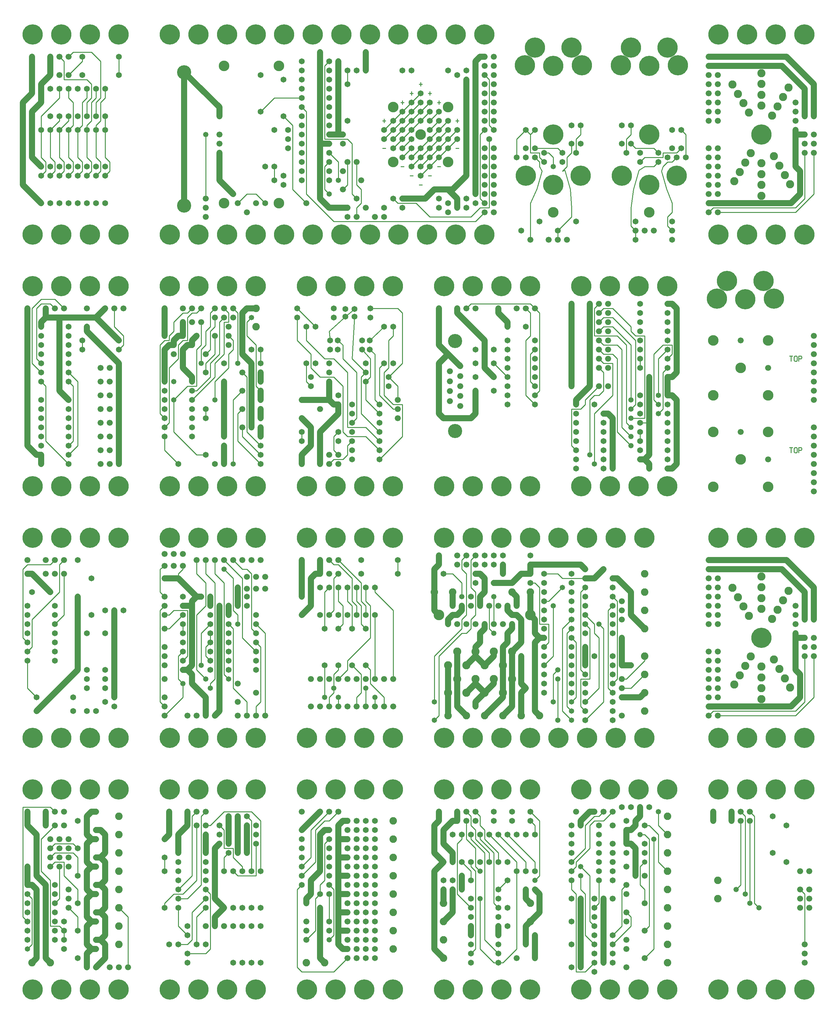
<source format=gtl>
%MOIN*%
%FSLAX25Y25*%
G04 D10 used for Character Trace; *
G04     Circle (OD=.01000) (No hole)*
G04 D11 used for Power Trace; *
G04     Circle (OD=.06700) (No hole)*
G04 D12 used for Signal Trace; *
G04     Circle (OD=.01100) (No hole)*
G04 D13 used for Via; *
G04     Circle (OD=.05800) (Round. Hole ID=.02800)*
G04 D14 used for Component hole; *
G04     Circle (OD=.06500) (Round. Hole ID=.03500)*
G04 D15 used for Component hole; *
G04     Circle (OD=.06600) (Round. Hole ID=.04200)*
G04 D16 used for Component hole; *
G04     Circle (OD=.08200) (Round. Hole ID=.05200)*
G04 D17 used for Component hole; *
G04     Circle (OD=.08900) (Round. Hole ID=.05900)*
G04 D18 used for Component hole; *
G04     Circle (OD=.11600) (Round. Hole ID=.08600)*
G04 D19 used for Component hole; *
G04     Circle (OD=.15500) (Round. Hole ID=.12500)*
G04 D20 used for Component hole; *
G04     Circle (OD=.18200) (Round. Hole ID=.15200)*
G04 D21 used for Component hole; *
G04     Circle (OD=.22100) (Round. Hole ID=.19100)*
%ADD10C,.01000*%
%ADD11C,.06700*%
%ADD12C,.01100*%
%ADD13C,.05800*%
%ADD14C,.06500*%
%ADD15C,.06600*%
%ADD16C,.08200*%
%ADD17C,.08900*%
%ADD18C,.11600*%
%ADD19C,.15500*%
%ADD20C,.18200*%
%ADD21C,.22100*%
%IPPOS*%
%LPD*%
G90*X0Y0D02*D21*X15625Y15625D03*D16*              
X35000Y45000D03*D11*X30000Y50000D01*Y130000D01*   
D13*D03*D11*X20000Y140000D01*Y150000D01*D14*D03*  
D11*Y185000D01*X10000Y195000D01*D15*D03*D11*      
Y210000D01*D15*D03*D12*X5000Y95000D02*Y215000D01* 
X10000Y90000D02*X5000Y95000D01*D14*               
X10000Y90000D03*Y100000D03*Y80000D03*Y110000D03*  
Y70000D03*D12*X35000Y85000D02*X45000D01*          
X50000Y80000D01*D14*D03*D12*Y70000D01*D14*D03*    
X40000Y80000D03*Y70000D03*X50000Y60000D03*D12*    
X35000Y85000D02*Y135000D01*X25000Y145000D01*      
Y180000D01*X40000Y195000D01*D15*D03*X50000D03*    
X30000D03*D11*Y210000D01*D15*D03*D12*X40000D02*   
X35000Y215000D01*D15*X40000Y210000D03*D12*        
X5000Y215000D02*X35000D01*D21*X15625Y234375D03*   
D15*X35000Y180000D03*X45000D03*D21*               
X46875Y234375D03*D12*X35000Y170000D02*            
X40000Y175000D01*D15*X35000Y170000D03*D12*        
Y160000D02*X40000Y165000D01*D15*X35000Y160000D03* 
D12*Y150000D02*X40000Y155000D01*D15*              
X35000Y150000D03*D12*X40000Y155000D02*X50000D01*  
Y140000D01*X65000Y125000D01*Y110000D01*D14*D03*   
D15*X55000Y115000D03*D11*X75000Y95000D02*         
Y115000D01*X80000Y90000D02*X75000Y95000D01*       
Y85000D02*X80000Y90000D01*X75000Y65000D02*        
Y85000D01*X80000Y60000D02*X75000Y65000D01*        
Y55000D02*X80000Y60000D01*X75000Y40000D02*        
Y55000D01*D13*Y40000D03*D14*X65000Y50000D03*      
X85000Y40000D03*D11*X95000Y50000D01*Y65000D01*    
X90000Y70000D01*X85000D01*D14*D03*D11*X90000D02*  
X95000Y75000D01*Y95000D01*X90000Y100000D01*       
X85000D01*D14*D03*D11*X90000D02*X95000Y105000D01* 
Y125000D01*X90000Y130000D01*X85000D01*D14*D03*D11*
X90000D02*X95000Y135000D01*Y155000D01*            
X90000Y160000D01*X85000D01*D14*D03*D11*X90000D02* 
X95000Y165000D01*Y185000D01*X90000Y190000D01*     
X85000D01*D14*D03*D11*X75000Y175000D02*           
X80000Y180000D01*X75000Y155000D02*Y175000D01*     
X80000Y150000D02*X75000Y155000D01*Y145000D02*     
X80000Y150000D01*X75000Y125000D02*Y145000D01*     
X80000Y120000D02*X75000Y125000D01*Y115000D02*     
X80000Y120000D01*X85000D01*D14*D03*               
X65000Y140000D03*D12*Y160000D01*X60000Y165000D01* 
X40000D01*D15*X45000Y160000D03*Y170000D03*D12*    
X40000Y175000D02*X60000D01*X65000Y170000D01*D14*  
D03*D15*X55000Y180000D03*Y160000D03*Y170000D03*   
D11*X80000Y180000D02*X75000Y185000D01*            
X80000Y180000D02*X85000D01*D14*D03*D11*           
X75000Y185000D02*Y205000D01*X80000Y210000D01*     
X85000D01*D14*D03*X65000Y200000D03*D16*           
X110000Y185000D03*D21*X109375Y234375D03*D16*      
X110000Y205000D03*D21*X78125Y234375D03*D15*       
X50000Y210000D03*D16*X110000Y165000D03*D15*       
X45000Y150000D03*D12*Y115000D01*X40000Y110000D01* 
D14*D03*Y120000D03*Y100000D03*D15*                
X55000Y125000D03*Y105000D03*D12*X65000Y95000D01*  
Y80000D01*D14*D03*X50000Y90000D03*D11*X80000D02*  
X85000D01*D14*D03*D16*X110000Y65000D03*Y85000D03* 
Y105000D03*D12*X120000Y95000D01*Y40000D01*D15*D03*
X110000D03*X100000D03*D21*X109375Y15625D03*D14*   
X85000Y60000D03*D11*X80000D01*D14*X40000Y90000D03*
D21*X46875Y15625D03*X78125D03*D11*X15000Y45000D02*
X20000Y50000D01*D16*X15000Y45000D03*D11*          
X20000Y50000D02*Y125000D01*X15000Y130000D01*      
X10000D01*D14*D03*D11*Y150000D01*D14*D03*         
X40000Y130000D03*X10000Y120000D03*D12*            
X15000Y115000D01*Y65000D01*X10000Y60000D01*D13*   
D03*D14*X85000Y150000D03*D11*X80000D01*D15*       
X55000D03*D16*X110000Y125000D03*Y145000D03*G90*   
X0Y0D02*D14*X160000Y160000D03*D12*Y145000D01*D14* 
D03*X175000Y135000D03*Y145000D03*Y155000D03*      
Y165000D03*D11*Y185000D01*X185000Y195000D01*D15*  
D03*D11*Y210000D01*D15*D03*D12*X190000Y140000D02* 
Y205000D01*X175000Y125000D02*X190000Y140000D01*   
D14*X175000Y125000D03*D12*X170000Y120000D02*      
X180000D01*X160000Y110000D02*X170000Y120000D01*   
X160000Y105000D02*Y110000D01*D14*Y105000D03*      
X175000D03*D12*Y85000D01*X185000Y75000D01*D14*D03*
D12*Y65000D02*X190000Y70000D01*X175000Y65000D02*  
X185000D01*D14*X175000D03*X185000Y55000D03*D12*   
X205000D01*X210000Y60000D01*Y120000D01*           
X205000Y125000D01*D14*D03*D12*X185000Y115000D02*  
X200000Y130000D01*X175000Y115000D02*X185000D01*   
D14*X175000D03*D12*X180000Y120000D02*             
X195000Y135000D01*Y195000D01*D15*D03*D13*         
X205000Y185000D03*D11*Y165000D01*D14*D03*         
Y155000D03*D11*X215000Y115000D02*Y170000D01*      
X225000Y105000D02*X215000Y115000D01*D14*          
X225000Y105000D03*D11*X215000Y95000D01*Y85000D01* 
D15*D03*X225000D03*X205000D03*D14*                
X235000Y105000D03*X195000Y65000D03*D12*Y95000D01* 
X205000Y105000D01*D14*D03*Y115000D03*D12*         
X190000Y100000D01*Y70000D01*D14*X205000Y65000D03* 
X185000Y85000D03*Y45000D03*X165000Y65000D03*      
X235000Y45000D03*Y85000D03*X245000Y45000D03*D21*  
X165625Y15625D03*X196875D03*D14*X245000Y85000D03* 
Y105000D03*D21*X228125Y15625D03*D12*              
X200000Y130000D02*Y205000D01*X205000Y210000D01*   
D15*D03*X195000D03*D12*X190000Y205000D01*D15*     
X205000Y195000D03*D12*X210000D01*                 
X225000Y210000D01*X255000D01*X265000Y200000D01*   
Y145000D01*D14*D03*D12*X240000Y140000D02*         
X260000D01*X240000D02*X235000Y145000D01*D14*D03*  
X245000D03*D12*Y150000D01*X235000Y160000D01*      
Y170000D01*X225000D01*Y190000D01*                 
X220000Y195000D01*D14*D03*X230000Y205000D03*D11*  
Y195000D01*D13*D03*D11*Y175000D01*D13*D03*D14*    
X240000Y165000D03*D11*Y185000D01*D13*D03*D11*     
Y205000D01*D14*D03*D13*X250000Y195000D03*D11*     
Y175000D01*D13*D03*D11*Y165000D01*D14*D03*        
X260000Y175000D03*D12*Y140000D01*D14*             
X255000Y145000D03*D12*Y200000D01*                 
X250000Y205000D01*D14*D03*X260000Y195000D03*      
Y185000D03*X220000Y175000D03*D11*                 
X215000Y170000D01*D12*X225000Y145000D02*          
Y160000D01*D14*Y145000D03*D12*Y160000D02*         
X230000Y165000D01*D14*D03*X220000Y185000D03*      
X205000Y145000D03*Y135000D03*X255000Y105000D03*   
X265000D03*D15*X165000Y210000D03*D11*Y195000D01*  
D15*D03*D11*Y185000D01*X160000Y180000D01*D14*D03* 
D21*X196875Y234375D03*X165625D03*X228125D03*D14*  
X255000Y85000D03*D21*X259375Y234375D03*D14*       
X265000Y85000D03*X255000Y45000D03*X265000D03*D21* 
X259375Y15625D03*G90*X0Y0D02*D12*X310000Y35000D02*
X305000Y40000D01*X310000Y35000D02*X345000D01*     
X360000Y50000D01*D15*D03*X370000Y60000D03*        
Y50000D03*X360000Y60000D03*D11*X355000D01*        
X350000Y65000D01*Y80000D01*X360000D01*D15*D03*    
X370000Y70000D03*Y90000D03*Y80000D03*             
X360000Y90000D03*D11*X350000Y80000D02*Y100000D01* 
X360000D01*D15*D03*X370000Y110000D03*D14*         
X350000Y105000D03*D11*Y100000D01*Y105000D02*      
Y120000D01*X360000D01*D15*D03*X370000Y130000D03*  
Y120000D03*X360000Y130000D03*D11*                 
X350000Y120000D02*Y140000D01*X360000D01*D15*D03*  
X370000Y150000D03*Y140000D03*X360000Y150000D03*   
D11*X350000Y140000D02*Y160000D01*X360000D01*D15*  
D03*X370000Y170000D03*Y160000D03*                 
X360000Y170000D03*D11*X350000Y160000D02*          
Y180000D01*X360000D01*D15*D03*X370000Y190000D03*  
Y180000D03*X360000Y190000D03*D11*                 
X350000Y180000D02*Y195000D01*X355000Y200000D01*   
X360000D01*D15*D03*X350000Y210000D03*D12*         
X340000Y200000D01*X335000D01*X325000Y190000D01*   
Y155000D01*X310000Y140000D01*D14*D03*D11*         
X320000Y120000D02*Y135000D01*X315000Y115000D02*   
X320000Y120000D01*X315000Y110000D02*Y115000D01*   
D15*Y110000D03*D12*X325000Y80000D02*Y115000D01*   
X315000Y70000D02*X325000Y80000D01*D15*            
X315000Y70000D03*Y80000D03*Y90000D03*D11*         
X335000Y45000D02*X330000Y50000D01*D16*            
X335000Y45000D03*D11*X330000Y50000D02*Y105000D01* 
D14*D03*D12*X325000Y115000D02*X330000Y120000D01*  
D14*D03*D12*Y130000D01*X335000Y135000D01*         
Y175000D01*X340000Y180000D01*D14*D03*D11*         
X330000Y145000D02*Y185000D01*X320000Y135000D02*   
X330000Y145000D01*D14*X310000Y130000D03*D12*      
X305000Y125000D01*Y40000D01*D16*X315000Y45000D03* 
D21*X315625Y15625D03*D13*X340000Y70000D03*D12*    
X345000Y75000D01*Y125000D01*X340000Y130000D01*D14*
D03*Y140000D03*Y120000D03*D12*Y90000D01*D14*D03*  
Y80000D03*D15*X360000Y70000D03*Y110000D03*        
X370000Y100000D03*D12*X355000Y60000D02*X360000D01*
D14*X380000Y80000D03*Y50000D03*Y60000D03*         
Y70000D03*X390000Y90000D03*X380000D03*            
X390000Y50000D03*Y60000D03*Y70000D03*Y80000D03*   
Y100000D03*X380000D03*D21*X346875Y15625D03*       
X378125D03*X409375D03*D14*X390000Y110000D03*      
X380000D03*D16*X410000Y60000D03*Y80000D03*        
Y100000D03*Y120000D03*D14*X390000D03*X380000D03*  
X390000Y130000D03*X380000D03*D16*                 
X410000Y140000D03*D14*X390000D03*X380000D03*      
X390000Y150000D03*X380000D03*X340000D03*          
X310000D03*D12*X320000Y160000D01*Y190000D01*      
X340000Y210000D01*D15*D03*X330000D03*D11*         
X310000Y190000D01*D14*D03*Y180000D03*D11*         
X330000Y185000D02*X335000Y190000D01*X340000D01*   
D14*D03*Y170000D03*X310000Y160000D03*D15*         
Y210000D03*D14*X340000Y160000D03*D15*             
X370000Y200000D03*D14*X310000Y170000D03*          
X380000Y160000D03*Y170000D03*Y180000D03*          
Y190000D03*Y200000D03*D21*X378125Y234375D03*      
X346875D03*X315625D03*D14*X390000Y160000D03*      
Y170000D03*Y180000D03*Y190000D03*Y200000D03*D16*  
X410000Y160000D03*Y180000D03*Y200000D03*D21*      
X409375Y234375D03*G90*X0Y0D02*D11*                
X465000Y50000D02*X455000Y60000D01*D16*            
X465000Y50000D03*D11*X455000Y60000D02*Y100000D01* 
D13*D03*D11*Y135000D01*D14*D03*D11*Y145000D01*    
X465000Y155000D01*D14*D03*D11*X455000Y165000D01*  
Y195000D01*X460000Y200000D01*D15*D03*D11*         
Y210000D01*D15*D03*D11*X465000Y190000D02*         
X475000Y200000D01*X465000Y175000D02*Y190000D01*   
D14*Y175000D03*D11*X475000Y165000D01*Y155000D01*  
D14*D03*X485000D03*D12*X495000Y145000D01*         
Y135000D01*D14*D03*D13*X505000Y145000D03*D12*     
X500000Y150000D01*Y170000D01*X490000Y180000D01*   
Y200000D01*D15*D03*D12*X500000Y190000D02*         
X495000Y195000D01*X500000Y180000D02*Y190000D01*   
X515000Y165000D02*X500000Y180000D01*              
X515000Y155000D02*Y165000D01*D14*Y155000D03*D12*  
X525000D02*Y165000D01*D14*Y155000D03*X535000D03*  
D12*X525000Y165000D02*X510000Y180000D01*          
Y190000D01*X505000Y195000D01*Y205000D01*          
X500000Y210000D01*D15*D03*D12*X495000Y195000D02*  
Y205000D01*D15*X500000Y200000D03*D14*             
X505000Y185000D03*D12*Y180000D01*                 
X520000Y165000D01*Y110000D01*X525000Y105000D01*   
D14*D03*X535000D03*X525000Y115000D03*Y95000D03*   
D13*X505000Y115000D03*D12*Y60000D01*              
X520000Y45000D01*X525000D01*D14*D03*D12*          
X530000D01*X545000Y60000D01*Y145000D01*D14*D03*   
D12*Y155000D01*X515000Y185000D01*D14*D03*         
X525000D03*D12*X555000Y155000D01*Y145000D01*D14*  
D03*D13*X565000Y135000D03*D12*X570000Y140000D01*  
Y200000D01*X560000Y210000D01*D14*D03*Y200000D03*  
D12*X565000Y195000D01*Y185000D01*D14*D03*         
X555000D03*X545000D03*X540000Y210000D03*          
Y200000D03*X535000Y185000D03*D12*                 
X565000Y155000D01*Y145000D01*D14*D03*             
X555000Y125000D03*D11*Y115000D01*                 
X560000Y110000D01*D16*D03*D11*Y90000D02*          
X570000Y100000D01*D16*X560000Y90000D03*D11*       
X555000Y85000D01*Y65000D01*D13*D03*               
X565000Y75000D03*D11*Y50000D01*D15*D03*X545000D03*
D21*X528125Y15625D03*X559375D03*D14*              
X535000Y85000D03*X525000D03*D11*Y75000D01*D14*D03*
Y65000D03*D12*Y55000D02*X510000Y70000D01*D14*     
X525000Y55000D03*D12*X510000Y70000D02*Y165000D01* 
X495000Y180000D01*Y185000D01*D14*D03*X485000D03*  
D12*Y180000D01*X480000Y175000D01*Y120000D01*      
X495000Y105000D01*D14*D03*Y115000D03*Y95000D03*   
X475000Y125000D03*D11*Y100000D01*X465000Y90000D01*
D16*D03*Y110000D03*D11*Y125000D01*D14*D03*        
X475000Y135000D03*X465000D03*X485000Y125000D03*   
D11*Y140000D01*D13*D03*D12*X500000Y145000D02*     
X495000Y150000D01*X500000Y60000D02*Y145000D01*    
X495000Y55000D02*X500000Y60000D01*D14*            
X495000Y55000D03*Y65000D03*Y45000D03*Y75000D03*   
D11*Y85000D01*D14*D03*D16*X465000Y70000D03*D14*   
X525000Y125000D03*D12*X535000Y135000D01*D14*D03*  
X505000Y155000D03*X565000Y125000D03*D11*          
X570000Y120000D01*Y100000D01*D14*                 
X495000Y155000D03*D12*Y150000D01*D14*             
X475000Y185000D03*X520000Y200000D03*D15*          
X480000D03*D11*X475000D01*X480000D02*Y210000D01*  
D15*D03*X490000D03*D12*X495000Y205000D01*D14*     
X520000Y210000D03*D21*X465625Y234375D03*          
X496875D03*X528125D03*X559375D03*X465625Y15625D03*
X496875D03*G90*X0Y0D02*D14*X605000Y40000D03*      
Y65000D03*Y90000D03*Y115000D03*D12*               
X610000Y120000D02*X605000Y125000D01*              
X610000Y35000D02*Y120000D01*Y35000D02*X620000D01* 
X630000Y45000D01*D14*D03*X640000Y55000D03*D11*    
Y45000D01*D14*D03*X650000Y55000D03*X630000D03*    
Y35000D03*X650000Y45000D03*D11*X640000Y55000D02*  
Y65000D01*D14*D03*D11*Y75000D01*D14*D03*D11*      
Y115000D01*D15*D03*D12*X630000Y105000D02*         
X635000Y110000D01*D14*X630000Y105000D03*D12*      
X635000Y110000D02*Y135000D01*D14*D03*D12*         
X625000Y90000D02*Y140000D01*X630000Y85000D02*     
X625000Y90000D01*D14*X630000Y85000D03*D12*        
Y65000D02*X620000Y75000D01*D14*X630000Y65000D03*  
D12*X620000Y75000D02*Y120000D01*X615000Y125000D01*
Y140000D01*D13*D03*D14*X605000Y145000D03*D12*     
X610000Y150000D01*Y155000D01*X625000Y170000D01*   
Y195000D01*X630000Y200000D01*X640000D01*          
X650000Y210000D01*D15*D03*X640000D03*D12*         
X635000Y205000D01*X630000D01*X620000Y195000D01*   
Y170000D01*X605000Y155000D01*D14*D03*D13*         
X615000Y150000D03*D12*X625000Y140000D01*D14*      
X635000Y145000D03*Y155000D03*X605000Y135000D03*   
D12*Y125000D01*D14*X615000Y115000D03*D11*         
Y90000D01*D14*D03*D11*Y65000D01*D14*D03*D11*      
Y40000D01*D14*D03*D21*X615625Y15625D03*X646875D03*
D14*X650000Y75000D03*D12*X660000Y85000D01*        
Y125000D01*X665000Y130000D01*D15*D03*D13*         
X675000Y140000D03*D11*Y170000D01*                 
X670000Y175000D01*X665000D01*D14*D03*D11*         
Y190000D01*D14*D03*D11*X670000D01*                
X675000Y195000D01*D14*D03*D11*Y200000D01*         
X680000Y205000D01*Y215000D01*D14*D03*X690000D03*  
X670000D03*X665000Y200000D03*D12*                 
X710000Y185000D02*X700000Y195000D01*D16*          
X710000Y185000D03*D12*X700000Y195000D02*          
Y210000D01*D13*D03*D16*X710000Y205000D03*D14*     
X685000Y195000D03*D12*X690000D01*                 
X700000Y185000D01*Y155000D01*X710000Y145000D01*   
D16*D03*Y165000D03*Y125000D03*D14*                
X685000Y165000D03*D13*Y155000D03*D12*             
X680000Y150000D01*Y130000D01*X685000Y125000D01*   
Y110000D01*D15*D03*D12*X670000Y85000D02*Y95000D01*
X650000Y65000D02*X670000Y85000D01*D14*            
X650000Y65000D03*D15*X665000Y60000D03*Y70000D03*  
D14*X630000Y75000D03*D15*X665000Y90000D03*        
Y40000D03*D12*X670000Y95000D02*X665000Y100000D01* 
D15*D03*X650000Y115000D03*X685000Y80000D03*D12*   
X690000Y85000D01*Y180000D01*X685000Y185000D01*    
X680000D01*D13*D03*D14*X685000Y175000D03*D13*     
X695000Y180000D03*D12*Y60000D01*X685000Y50000D01* 
D15*D03*D16*X710000Y45000D03*Y65000D03*Y85000D03* 
D21*X678125Y15625D03*X709375D03*D14*              
X630000Y95000D03*D16*X710000Y105000D03*D15*       
X630000Y115000D03*X665000Y120000D03*D14*          
X650000Y135000D03*D15*X685000Y140000D03*D14*      
X650000Y145000D03*D15*X665000Y150000D03*          
X650000Y155000D03*D14*X665000Y165000D03*D15*      
X650000D03*D14*X635000D03*X605000D03*D15*         
X650000Y175000D03*D14*X635000D03*X605000D03*      
X635000Y185000D03*X605000D03*D15*                 
X650000Y195000D03*D14*X635000D03*D13*X615000D03*  
D11*Y200000D01*X625000Y210000D01*X630000D01*D15*  
D03*X610000D03*D21*X646875Y234375D03*X615625D03*  
D14*X605000Y195000D03*X660000Y215000D03*D21*      
X678125Y234375D03*X709375D03*G90*X0Y0D02*D15*     
X760000Y200000D03*D11*Y210000D01*D15*D03*         
X780000Y200000D03*D11*Y210000D01*D15*D03*         
X790000Y200000D03*D12*Y130000D01*                 
X785000Y125000D01*D13*D03*X795000Y120000D03*D12*  
Y205000D01*X790000Y210000D01*D15*D03*             
X800000Y200000D03*D12*Y110000D01*D13*D03*D12*     
X810000Y105000D02*X805000Y110000D01*D13*          
X810000Y105000D03*D12*X805000Y110000D02*          
Y205000D01*X800000Y210000D01*D15*D03*D14*         
X825000Y205000D03*D21*X796875Y234375D03*          
X828125D03*X765625D03*D14*X840000Y195000D03*      
X825000Y165000D03*X840000Y155000D03*D21*          
X859375Y234375D03*D15*X865000Y145000D03*          
X855000D03*D16*X765000Y135000D03*D15*             
X855000Y125000D03*D12*X860000Y120000D01*Y65000D01*
D15*D03*Y55000D03*Y45000D03*X865000Y105000D03*    
X855000D03*D21*X828125Y15625D03*D15*              
X865000Y115000D03*D21*X859375Y15625D03*D15*       
X855000Y115000D03*X865000Y125000D03*D21*          
X796875Y15625D03*D16*X765000Y115000D03*D21*       
X765625Y15625D03*G90*X0Y0D02*X109375Y290625D03*   
X78125D03*X46875D03*X15625D03*D14*                
X85000Y320000D03*X75000D03*X60000D03*X20000D03*   
D11*X65000Y365000D01*Y445000D01*D14*D03*          
X80000Y465000D03*D12*X40000Y415000D02*            
X50000Y425000D01*D14*X40000Y415000D03*D12*        
X50000Y425000D02*Y470000D01*D15*D03*X40000D03*D12*
X45000Y450000D02*Y480000D01*X15000Y420000D02*     
X45000Y450000D01*X15000Y390000D02*Y420000D01*     
X10000Y385000D02*X15000Y390000D01*D14*            
X10000Y385000D03*Y395000D03*D12*X5000Y400000D01*  
Y475000D01*X10000Y480000D01*X35000D01*            
X40000Y485000D01*D15*D03*D12*X45000Y480000D02*    
X50000Y485000D01*D15*D03*D14*X65000D03*D15*       
X30000D03*Y470000D03*D21*X46875Y509375D03*        
X78125D03*D14*X15000Y450000D03*D21*               
X15625Y509375D03*D14*X35000Y450000D03*D11*        
X15000Y470000D01*X10000D01*D15*D03*Y485000D03*D14*
Y435000D03*X40000D03*X10000Y425000D03*X40000D03*  
X10000Y415000D03*X75000Y405000D03*X10000D03*      
X40000D03*X80000Y425000D03*X40000Y395000D03*      
X95000Y405000D03*Y430000D03*X40000Y385000D03*     
X105000Y430000D03*D11*Y335000D01*D14*D03*         
X95000Y345000D03*X105000Y325000D03*               
X95000Y330000D03*Y355000D03*X75000Y365000D03*     
Y355000D03*Y345000D03*X95000Y365000D03*           
X60000Y335000D03*X40000Y375000D03*                
X20000Y335000D03*D12*X10000Y345000D01*Y375000D01* 
D14*D03*X115000Y430000D03*D21*X109375Y509375D03*  
G90*X0Y0D02*X259375Y290625D03*X228125D03*         
X196875D03*X165625D03*D15*X270000Y315000D03*D12*  
Y405000D01*X260000Y415000D01*D14*D03*D12*         
Y405000D02*X255000Y410000D01*D14*                 
X260000Y405000D03*D12*X255000Y410000D02*          
Y470000D01*X250000Y475000D01*X245000D01*          
X235000Y485000D01*D15*D03*D13*X225000Y475000D03*  
D12*X235000Y465000D01*Y430000D01*                 
X240000Y425000D01*Y415000D01*D13*D03*D12*         
X235000Y345000D02*Y410000D01*X250000Y330000D02*   
X235000Y345000D01*X250000Y315000D02*Y330000D01*   
D15*Y315000D03*D12*X260000D02*Y325000D01*D15*     
Y315000D03*D12*Y325000D02*X265000Y330000D01*      
Y390000D01*X260000Y395000D01*D14*D03*Y385000D03*  
D12*X245000Y400000D01*Y465000D01*                 
X225000Y485000D01*D15*D03*X215000D03*D12*         
Y470000D01*X225000Y460000D01*Y360000D01*          
X230000Y355000D01*D13*D03*D15*X240000Y350000D03*  
D14*X230000Y365000D03*D12*X210000Y350000D02*      
X215000Y355000D01*X210000Y345000D02*Y350000D01*   
D13*Y345000D03*D12*X215000Y355000D02*Y460000D01*  
X205000Y470000D01*Y485000D01*D15*D03*X195000D03*  
D12*Y470000D01*X205000Y460000D01*Y435000D01*      
X195000Y425000D01*Y365000D01*X205000Y355000D01*   
D13*D03*D14*X210000Y365000D03*D11*X185000D02*     
X190000Y370000D01*Y360000D02*X185000Y365000D01*   
X190000Y350000D02*Y360000D01*X205000Y335000D02*   
X190000Y350000D01*X205000Y315000D02*Y335000D01*   
D15*Y315000D03*X215000D03*D11*X220000Y320000D01*  
Y400000D01*D13*D03*D11*Y435000D01*D13*D03*D14*    
X230000Y425000D03*D11*Y435000D01*D14*D03*D13*     
X240000D03*D11*Y455000D01*D13*D03*D14*            
X250000Y445000D03*D15*Y466500D03*Y453500D03*      
X260000D03*Y466500D03*D14*X250000Y435000D03*      
X210000Y425000D03*D15*X265000Y485000D03*          
X255000D03*X245000D03*X270000Y453500D03*          
Y466500D03*D14*X210000Y445000D03*D11*Y435000D01*  
D14*D03*X200000Y445000D03*D11*X195000D01*         
X190000Y440000D01*Y435000D01*Y380000D01*D13*D03*  
D11*Y370000D01*X180000Y365000D02*X185000D01*D14*  
X180000D03*D12*Y350000D02*X175000Y355000D01*D13*  
X180000Y350000D03*D12*Y335000D01*                 
X160000Y315000D01*D15*D03*Y325000D03*D12*         
X155000Y330000D01*Y430000D01*X160000Y435000D01*   
D15*D03*D12*X165000Y425000D02*X170000Y430000D01*  
X160000Y425000D02*X165000D01*D15*X160000D03*D12*  
X170000Y430000D02*X185000D01*Y380000D01*          
X180000Y375000D01*D14*D03*D12*X175000Y355000D02*  
Y380000D01*D15*X160000Y370000D03*Y355000D03*      
Y335000D03*D12*X175000Y380000D02*                 
X180000Y385000D01*D14*D03*Y395000D03*D12*         
X200000Y370000D02*Y405000D01*D13*Y370000D03*D12*  
X210000Y375000D02*X205000Y380000D01*D14*          
X210000Y375000D03*D12*X205000Y380000D02*          
Y390000D01*X210000Y395000D01*D14*D03*D12*         
Y405000D01*D14*D03*Y415000D03*D12*                
X200000Y405000D01*D14*X180000Y425000D03*D12*      
X165000Y410000D01*X160000D01*D15*D03*D14*         
X180000Y405000D03*D12*Y415000D01*D14*D03*D11*     
Y435000D02*X190000D01*D14*X180000D03*Y445000D03*  
D11*X195000D02*X175000Y465000D01*X160000D01*D15*  
D03*D12*X155000Y450000D02*Y475000D01*             
X160000Y445000D02*X155000Y450000D01*D15*          
X160000Y445000D03*D12*X175000Y465000D02*          
Y470000D01*X180000Y475000D01*Y478500D01*D15*D03*  
X170000Y491500D03*X180000D03*X170000Y478500D03*   
X160000Y491500D03*Y478500D03*D12*                 
X155000Y475000D01*D21*X165625Y509375D03*          
X196875D03*D14*X230000Y405000D03*Y415000D03*D12*  
X235000Y410000D01*D14*X230000Y395000D03*          
X210000Y385000D03*X230000D03*X260000Y425000D03*   
X230000Y375000D03*X260000D03*Y365000D03*D15*      
Y340000D03*X160000Y390000D03*Y380000D03*          
X240000Y330000D03*X185000Y315000D03*X195000D03*   
X240000D03*D21*X259375Y509375D03*X228125D03*G90*  
X0Y0D02*X315625Y290625D03*D15*X320000Y325000D03*  
X330000D03*D13*X335000Y335000D03*D12*Y370000D01*  
D14*D03*D12*X345000Y345000D02*Y360000D01*D13*     
Y345000D03*D12*Y340000D01*X340000Y335000D01*      
Y325000D01*D15*D03*D13*X350000Y335000D03*D12*     
Y325000D01*D15*D03*X360000D03*X370000D03*D12*     
Y335000D01*X375000Y340000D01*Y360000D01*          
X365000Y370000D01*D14*D03*D12*X360000Y365000D02*  
Y375000D01*X350000Y355000D02*X360000Y365000D01*   
D15*X350000Y355000D03*D12*X345000Y360000D02*      
X350000Y365000D01*Y370000D01*D14*D03*D12*         
X360000Y375000D02*X385000Y400000D01*Y435000D01*   
X380000Y440000D01*Y455000D01*D14*D03*D12*         
X375000Y440000D02*Y460000D01*X380000Y435000D02*   
X375000Y440000D01*X380000Y425000D02*Y435000D01*   
D14*Y425000D03*D12*X370000D02*Y435000D01*D14*     
Y425000D03*D12*X375000Y415000D02*Y435000D01*      
X380000Y410000D02*X375000Y415000D01*D14*          
X380000Y410000D03*X390000Y425000D03*D12*          
Y355000D01*D15*D03*D12*X400000Y335000D02*         
X385000Y350000D01*X400000Y325000D02*Y335000D01*   
D15*Y325000D03*D13*X390000Y335000D03*D12*         
Y325000D01*D15*D03*X380000D03*D12*Y345000D01*D13* 
D03*D12*X385000Y350000D02*Y365000D01*             
X380000Y370000D01*D14*D03*D15*X370000Y355000D03*  
X380000D03*X400000D03*X360000D03*X410000D03*D12*  
Y430000D01*X390000Y450000D01*Y455000D01*D14*D03*  
X375000Y470000D03*D12*Y460000D02*                 
X350000Y485000D01*D15*D03*D12*X345000Y480000D02*  
X350000D01*X365000Y465000D01*Y440000D01*          
X370000Y435000D01*X375000D02*X370000Y440000D01*   
Y455000D01*D14*D03*X360000D03*D12*Y440000D01*     
X365000Y435000D01*Y410000D01*D14*D03*D12*         
X350000D02*X355000Y415000D01*D14*                 
X350000Y410000D03*D12*X355000Y415000D02*          
Y435000D01*X350000Y440000D01*Y455000D01*D14*D03*  
X340000D03*D12*X335000Y450000D01*Y410000D01*D14*  
D03*X350000Y425000D03*X340000D03*D12*             
X345000Y430000D01*Y465000D01*X350000Y470000D01*   
D15*D03*X340000D03*D12*X345000Y480000D02*         
X340000Y485000D01*D15*D03*X330000D03*D11*         
Y470000D01*D15*D03*D11*X325000D01*                
X320000Y465000D01*Y435000D01*X310000Y425000D01*   
D14*D03*X330000D03*X310000Y445000D03*D11*         
Y470000D01*D15*D03*D11*Y485000D01*D15*D03*D21*    
X315625Y509375D03*D14*X330000Y455000D03*D21*      
X346875Y509375D03*D14*X360000Y425000D03*          
X375000Y485000D03*D21*X378125Y509375D03*          
X409375D03*D14*X415000Y470000D03*D12*Y485000D01*  
D14*D03*D15*X320000Y355000D03*X330000D03*         
X340000D03*X410000Y325000D03*D21*                 
X346875Y290625D03*X378125D03*X409375D03*G90*      
X0Y0D02*D13*X455000Y310000D03*D12*                
X460000Y315000D01*Y380000D01*X485000Y405000D01*   
X490000D01*X495000Y410000D01*Y420000D01*          
X500000Y425000D01*Y450000D01*X495000Y455000D01*   
Y485000D01*X500000Y490000D01*D15*D03*D14*         
X510000Y480000D03*D15*X490000D03*D14*             
X510000Y490000D03*D15*X490000D03*D12*             
X485000Y485000D01*Y475000D01*X490000Y470000D01*   
Y425000D01*X485000Y420000D01*Y410000D01*          
X455000Y380000D01*Y330000D01*D13*D03*D16*         
X470000Y315000D03*D11*Y340000D01*D17*D03*D11*     
Y370000D01*D17*D03*X480000Y385000D03*D11*         
Y355000D01*D17*D03*D11*Y325000D01*                
X490000Y315000D01*D16*D03*D13*X500000Y325000D03*  
D11*Y330000D01*X510000Y340000D01*D17*D03*D11*     
X520000Y350000D01*Y355000D01*D17*D03*             
X530000Y370000D03*D11*Y340000D01*D17*D03*D11*     
Y335000D01*X510000Y315000D01*D16*D03*X530000D03*  
D11*X540000Y325000D01*Y355000D01*D17*D03*D11*     
Y385000D01*D17*D03*D11*X550000Y395000D01*         
Y420000D01*X545000Y425000D01*X540000D01*          
X535000Y430000D01*Y435000D01*D15*D03*D11*         
X545000D02*Y445000D01*D15*Y435000D03*D11*         
Y445000D02*X540000Y450000D01*D16*D03*D14*         
X530000Y460000D03*D11*X520000D01*D13*D03*D14*     
X530000Y470000D03*D11*Y480000D01*D14*D03*         
X520000Y490000D03*X530000D03*X520000Y480000D03*   
D11*X540000Y460000D02*X550000Y470000D01*          
X530000Y460000D02*X540000D01*D13*                 
X520000Y445000D03*D12*Y415000D01*D15*D03*D12*     
Y405000D02*X515000Y410000D01*D13*                 
X520000Y405000D03*D12*X515000Y410000D02*          
Y435000D01*D15*D03*D14*X505000Y445000D03*D11*     
Y435000D01*D15*D03*D14*X495000Y445000D03*D11*     
X505000D02*X510000Y450000D01*Y465000D01*          
X505000Y470000D01*X500000D01*D14*D03*D15*         
Y480000D03*D14*Y460000D03*D12*X485000Y445000D02*  
Y460000D01*D13*Y445000D03*D15*X495000Y435000D03*  
X475000D03*D11*Y450000D01*D16*D03*D12*            
X485000Y460000D02*X475000Y470000D01*X465000D01*   
D14*D03*D11*X455000D02*Y475000D01*D14*Y470000D03* 
D11*Y450000D01*D16*D03*D11*Y430000D01*            
X460000Y425000D01*D18*D03*D13*X470000Y415000D03*  
D11*Y420000D01*X475000Y425000D01*X480000D01*      
X485000Y430000D01*Y435000D01*D15*D03*             
X480000Y415000D03*X490000D03*X500000D03*D11*      
X505000Y405000D02*X510000Y410000D01*              
X505000Y395000D02*Y405000D01*X500000Y390000D02*   
X505000Y395000D01*X500000Y385000D02*Y390000D01*   
D17*Y385000D03*D11*Y380000D01*X490000Y370000D01*  
D17*D03*D11*X510000D02*X500000Y380000D01*D17*     
X510000Y370000D03*D11*X520000Y380000D01*          
Y385000D01*D17*D03*D11*X530000Y370000D02*         
Y390000D01*X555000Y345000D02*X550000Y350000D01*   
D14*X555000Y345000D03*D11*X550000Y340000D01*      
Y315000D01*D16*D03*D11*X570000D02*                
X565000Y320000D01*D16*X570000Y315000D03*D11*      
X565000Y320000D02*Y345000D01*D14*D03*D11*         
Y370000D01*D15*D03*D11*Y395000D01*                
X570000Y400000D01*X575000D01*D14*D03*D12*         
Y390000D02*X580000Y395000D01*D14*                 
X575000Y390000D03*D12*X580000Y395000D02*          
Y415000D01*X570000D01*Y455000D01*                 
X565000Y460000D01*X560000D01*D14*D03*D11*         
X550000Y470000D02*X560000D01*D14*D03*D11*         
Y480000D01*D14*D03*D11*X615000D01*                
X620000Y475000D01*D14*D03*D11*Y465000D02*         
X630000D01*D14*X620000D03*D12*X595000D01*         
X590000Y470000D01*X575000D01*D14*D03*Y460000D03*  
D13*X595000Y455000D03*D12*X580000Y440000D01*      
X575000D01*D14*D03*D13*X585000Y435000D03*D12*     
Y380000D01*X575000Y370000D01*D14*D03*D12*         
X585000Y330000D02*Y360000D01*D13*Y330000D03*D12*  
X605000Y310000D02*X595000Y320000D01*D13*          
X605000Y310000D03*D12*X595000Y320000D02*          
Y410000D01*X605000Y420000D01*D14*D03*Y430000D03*  
Y410000D03*D12*X600000Y405000D01*Y325000D01*      
X605000Y320000D01*D13*D03*Y330000D03*D12*         
X610000Y335000D01*Y395000D01*X605000Y400000D01*   
D14*D03*Y390000D03*X620000Y415000D03*D12*         
X625000Y410000D01*Y355000D01*X615000D01*          
Y325000D01*X620000Y320000D01*D14*D03*Y330000D03*  
D12*X635000Y345000D01*Y400000D01*                 
X630000Y405000D01*Y415000D01*X620000Y425000D01*   
D14*D03*Y435000D03*X605000Y440000D03*D13*         
X635000Y415000D03*D12*X640000Y410000D01*          
Y330000D01*X620000Y310000D01*D14*D03*D21*         
X621875Y290625D03*D14*X650000Y340000D03*D12*      
X645000Y345000D01*Y430000D01*X650000Y435000D01*   
D14*D03*D12*X655000Y355000D02*Y440000D01*         
X650000Y350000D02*X655000Y355000D01*D14*          
X650000Y350000D03*D15*X660000Y345000D03*D12*      
X670000D01*X685000Y360000D01*D16*D03*D13*         
X670000Y370000D03*D11*X660000D01*D13*D03*D11*     
Y400000D01*D15*D03*D14*X650000Y405000D03*         
Y415000D03*Y380000D03*D15*X660000Y420000D03*D12*  
X665000Y355000D02*X685000Y375000D01*              
X660000Y355000D02*X665000D01*D15*X660000D03*D14*  
X650000Y360000D03*Y370000D03*D11*                 
X660000Y335000D02*X680000D01*D15*X660000D03*D14*  
X650000Y330000D03*Y320000D03*D11*                 
X680000Y335000D02*X685000Y340000D01*D16*D03*      
Y320000D03*D15*X660000Y315000D03*D12*             
X685000Y375000D02*Y380000D01*D16*D03*Y410000D03*  
D11*X670000Y425000D01*Y450000D01*                 
X655000Y465000D01*X650000D01*D14*D03*             
X640000Y475000D03*D11*X630000Y465000D01*D14*      
X620000Y455000D03*D12*X615000Y450000D01*          
Y365000D01*X620000Y360000D01*D14*D03*Y370000D03*  
D11*Y390000D01*D13*D03*D14*X630000Y380000D03*     
X620000Y405000D03*X605000Y380000D03*Y370000D03*   
Y360000D03*D13*X590000Y365000D03*D12*             
X585000Y360000D01*D13*X590000Y355000D03*D12*      
Y310000D01*D13*D03*D21*X590625Y290625D03*D14*     
X620000Y340000D03*X605000D03*X575000D03*D21*      
X559375Y290625D03*D11*X550000Y350000D02*          
Y370000D01*D15*D03*D11*Y380000D01*D13*D03*D11*    
X530000Y390000D02*X535000Y395000D01*Y405000D01*   
X540000Y410000D01*Y415000D01*D15*D03*X530000D03*  
D18*X560000Y425000D03*D11*X565000Y420000D01*      
Y405000D01*X570000Y400000D01*D14*                 
X575000Y410000D03*Y420000D03*Y380000D03*D11*      
X560000Y425000D02*Y450000D01*D16*D03*D14*         
X575000D03*Y430000D03*D15*X525000Y435000D03*D14*  
X560000Y490000D03*X605000Y450000D03*Y460000D03*   
Y470000D03*D15*X510000Y415000D03*D11*Y410000D01*  
D17*X500000Y355000D03*D11*Y350000D01*             
X490000Y340000D01*D17*D03*D11*X510000D02*         
X500000Y350000D01*D21*X465625Y290625D03*          
X496875D03*X528125D03*D14*X575000Y350000D03*      
Y360000D03*X605000Y350000D03*X620000D03*          
Y445000D03*D11*X455000Y475000D02*                 
X460000Y480000D01*D15*D03*D11*Y490000D01*D15*D03* 
X480000Y480000D03*D21*X465625Y509375D03*D15*      
X480000Y490000D03*D21*X496875Y509375D03*          
X528125D03*X559375D03*X590625D03*X621875D03*D14*  
X650000Y310000D03*Y425000D03*Y445000D03*D12*      
X655000Y440000D01*D15*X660000D03*Y430000D03*D14*  
X650000Y455000D03*D16*X685000Y470000D03*          
Y430000D03*Y450000D03*D21*X684375Y509375D03*      
X653125D03*Y290625D03*X684375D03*G90*X0Y0D02*D15* 
X755000Y315000D03*D12*X760000Y320000D01*          
X850000D01*X860000Y330000D01*Y380000D01*D15*D03*  
X870000Y390000D03*X850000Y385000D03*D11*          
Y395000D01*D15*D03*D11*Y400000D01*X860000D01*D15* 
D03*X850000Y405000D03*D11*Y400000D01*D15*         
X860000Y390000D03*X850000Y415000D03*D11*          
Y385000D02*Y375000D01*D15*D03*D11*Y365000D01*D15* 
D03*D11*X855000Y360000D01*Y335000D01*             
X845000Y325000D01*X765000D01*D15*D03*D11*         
X755000D01*D15*D03*X765000Y315000D03*D12*         
X850000D01*X870000Y335000D01*Y380000D01*D15*D03*  
Y400000D03*D17*X838091Y355676D03*                 
X843996Y345447D03*D15*X870000Y420000D03*D11*      
Y455000D01*X840000Y485000D01*X765000D01*D15*D03*  
D11*X755000D01*D15*D03*X765000Y475000D03*D11*     
X835000D01*X860000Y450000D01*Y420000D01*D15*D03*  
X850000Y425000D03*Y435000D03*D17*                 
X836122Y440915D03*X830217Y430686D03*              
X842028Y451143D03*X824311Y420457D03*              
X812500Y466929D03*Y455118D03*X826280Y376133D03*   
X812500Y443307D03*Y431496D03*D21*Y400000D03*D17*  
Y368504D03*X832185Y365905D03*X798720Y423867D03*   
X800689Y379543D03*X812500Y356693D03*              
X792815Y434095D03*X794783Y369314D03*              
X788878Y359085D03*X812500Y344882D03*              
X786909Y444324D03*X782972Y348857D03*              
X781004Y454553D03*X812500Y333071D03*D21*          
X859375Y509375D03*X828125D03*X796875D03*          
X765625D03*D11*X765000Y475000D02*X755000D01*D15*  
D03*X765000Y465000D03*X755000D03*Y455000D03*      
X765000D03*X755000Y445000D03*X765000D03*          
X755000Y435000D03*X765000D03*X755000Y425000D03*   
X765000D03*X755000Y415000D03*X765000D03*          
X755000Y385000D03*X765000D03*X755000Y375000D03*   
X765000D03*X755000Y365000D03*X765000D03*          
X755000Y355000D03*X765000D03*X755000Y345000D03*   
X765000D03*X755000Y335000D03*X765000D03*D21*      
X765625Y290625D03*X796875D03*X828125D03*          
X859375D03*G90*X0Y0D02*X109375Y565625D03*         
X78125D03*X46875D03*X15625D03*D15*                
X110000Y590000D03*D11*Y605000D01*D15*D03*D11*     
Y620000D01*D15*D03*D11*Y635000D01*D15*D03*D11*    
Y650000D01*D15*D03*D11*Y665000D01*D15*D03*D11*    
Y680000D01*D15*D03*D11*Y695000D01*D15*D03*D11*    
Y700000D01*X75000Y735000D01*Y740000D01*D14*D03*   
D11*X95000D02*X85000Y750000D01*D14*               
X95000Y740000D03*D11*X110000Y725000D01*D14*D03*   
D12*Y715000D02*X115000Y720000D01*D14*             
X110000Y715000D03*D12*X115000Y720000D02*          
Y730000D01*X105000Y740000D01*Y760000D01*D15*D03*  
X115000D03*X95000D03*D11*X85000Y750000D01*        
X45000D01*Y670000D01*X55000Y660000D01*D14*D03*    
Y650000D03*D12*X60000Y615000D02*Y675000D01*       
X55000Y610000D02*X60000Y615000D01*D14*            
X55000Y610000D03*D12*Y600000D02*X65000Y610000D01* 
D14*X55000Y600000D03*D12*X65000Y610000D02*        
Y680000D01*X55000Y690000D01*D14*D03*Y700000D03*   
Y680000D03*D12*X60000Y675000D01*D15*              
X90000Y650000D03*Y665000D03*D12*X30000Y615000D02* 
Y675000D01*X55000Y590000D02*X30000Y615000D01*D14* 
X55000Y590000D03*X25000Y620000D03*Y610000D03*     
Y600000D03*D11*Y590000D01*D14*D03*D11*            
X20000Y600000D02*X25000D01*X20000D02*             
X10000Y610000D01*Y760000D01*D15*D03*D12*          
X15000Y700000D02*Y760000D01*X25000Y690000D02*     
X15000Y700000D01*D14*X25000Y690000D03*Y700000D03* 
D12*X20000Y705000D01*Y760000D01*X25000Y765000D01* 
X35000D01*X40000Y760000D01*D15*D03*D11*           
X25000Y745000D02*X30000Y750000D01*                
X25000Y740000D02*Y745000D01*D14*Y740000D03*D11*   
X30000Y750000D02*X45000D01*D14*X55000Y740000D03*  
D15*X50000Y760000D03*D12*X40000Y770000D01*        
X25000D01*X15000Y760000D01*D11*X30000Y750000D02*  
Y760000D01*D15*D03*D21*X46875Y784375D03*X15625D03*
D14*X25000Y730000D03*X55000D03*X70000Y725000D03*  
D12*Y715000D01*D14*D03*X55000Y720000D03*          
Y710000D03*D15*X90000Y695000D03*X100000D03*       
X90000Y680000D03*X100000D03*D12*X30000Y675000D02* 
X25000Y680000D01*D14*D03*Y660000D03*Y710000D03*   
Y650000D03*Y720000D03*Y640000D03*X55000D03*       
X25000Y630000D03*X55000D03*Y620000D03*D15*        
X90000D03*Y635000D03*X100000Y605000D03*Y620000D03*
Y635000D03*Y650000D03*Y665000D03*X90000Y605000D03*
X75000Y760000D03*X90000Y590000D03*X100000D03*D21* 
X109375Y784375D03*X78125D03*G90*X0Y0D02*          
X259375Y565625D03*X228125D03*X196875D03*          
X165625D03*D14*X265000Y590000D03*D12*             
X240000Y615000D01*Y645000D01*X245000Y650000D01*   
D15*D03*D12*X235000Y590000D02*Y660000D01*D13*     
Y590000D03*D14*X225000Y600000D03*D11*Y590000D01*  
D14*D03*D11*Y600000D02*Y610000D01*D14*D03*        
Y620000D03*D11*Y640000D01*D14*D03*D11*Y660000D01* 
D14*D03*D11*Y680000D01*D14*D03*D12*               
X190000Y660000D02*X215000Y685000D01*D14*          
X190000Y660000D03*D12*Y670000D02*X195000D01*D14*  
X190000D03*D12*X185000Y675000D02*X195000D01*      
X170000Y660000D02*X185000Y675000D01*D13*          
X170000Y660000D03*D12*Y625000D01*                 
X195000Y600000D01*X205000D01*D14*D03*             
X215000Y590000D03*X190000Y620000D03*              
X175000Y590000D03*D12*X160000Y605000D01*          
Y620000D01*D14*D03*Y630000D03*D12*                
X165000Y635000D01*Y695000D01*X175000Y705000D01*   
Y720000D01*X180000Y725000D01*X185000D01*          
Y750000D01*X190000Y755000D01*X195000D01*          
X200000Y760000D01*D15*D03*D12*X210000Y740000D02*  
Y755000D01*X205000Y735000D02*X210000Y740000D01*   
X205000Y720000D02*Y735000D01*X200000Y715000D02*   
X205000Y720000D01*X200000Y700000D02*Y715000D01*   
D13*Y700000D03*D12*X205000Y690000D02*Y700000D01*  
D14*Y690000D03*D12*X195000Y670000D02*             
X210000Y685000D01*X195000Y675000D02*Y715000D01*   
X200000Y720000D01*Y745000D01*D15*D03*D12*         
X210000Y715000D02*Y735000D01*X205000Y710000D02*   
X210000Y715000D01*D15*X205000Y710000D03*D12*      
X215000Y685000D02*Y700000D01*X210000Y685000D02*   
Y700000D01*X220000Y710000D01*Y745000D01*          
X225000Y750000D01*D15*D03*D12*Y745000D02*         
X230000D01*X225000Y710000D02*Y745000D01*          
X215000Y700000D02*X225000Y710000D01*D14*          
Y700000D03*D12*X205000D02*X215000Y710000D01*      
Y730000D01*D15*D03*D12*X210000Y735000D02*         
X215000Y740000D01*Y750000D01*D15*D03*D12*         
X210000Y755000D02*X215000Y760000D01*D15*D03*      
X225000D03*D12*X230000Y755000D01*Y745000D01*D15*  
X235000Y750000D03*X230000Y740000D03*D12*          
X240000Y700000D02*Y755000D01*D13*Y700000D03*D12*  
X230000Y695000D02*Y710000D01*X215000Y680000D02*   
X230000Y695000D01*X215000Y660000D02*Y680000D01*   
D13*Y660000D03*D14*X205000Y650000D03*D12*         
Y640000D01*D14*D03*X190000Y650000D03*Y640000D03*  
Y630000D03*D12*X235000Y660000D02*                 
X245000Y670000D01*D15*D03*X255000D03*D11*         
Y650000D01*D15*D03*D11*Y630000D01*D15*D03*D12*    
X265000Y610000D02*X250000Y625000D01*D14*          
X265000Y610000D03*Y620000D03*D11*Y630000D01*D15*  
D03*D14*Y640000D03*D11*Y650000D01*D15*D03*D14*    
Y660000D03*D11*Y670000D01*D15*D03*D12*            
X260000Y675000D01*Y720000D01*X250000Y730000D01*   
Y745000D01*X255000Y750000D01*D13*D03*D16*         
X260000Y760000D03*D11*X250000D01*                 
X245000Y755000D01*Y710000D01*X255000Y700000D01*   
Y690000D01*D15*D03*D11*Y670000D01*D14*            
X265000Y680000D03*D11*Y690000D01*D15*D03*D14*     
Y700000D03*D12*Y715000D01*D14*D03*X255000D03*D15* 
X245000Y690000D03*D12*X250000Y685000D01*          
Y625000D01*D15*X245000Y630000D03*D12*Y620000D01*  
X265000Y600000D01*D14*D03*X190000Y680000D03*D11*  
Y685000D01*X180000Y695000D01*D14*D03*D11*         
Y715000D01*D13*D03*D11*X185000Y720000D01*         
X190000D01*Y725000D01*X195000Y730000D01*D15*D03*  
X180000Y745000D03*D11*Y730000D01*D15*D03*D11*     
X175000D01*X170000Y725000D01*Y720000D01*          
X165000D01*X160000Y715000D01*Y695000D01*D14*D03*  
D11*Y680000D01*D14*D03*D13*X170000D03*D14*        
X160000Y670000D03*Y660000D03*D15*                 
X170000Y710000D03*D14*X160000Y650000D03*D12*      
Y640000D02*X155000Y645000D01*D14*                 
X160000Y640000D03*D12*X155000Y645000D02*          
Y720000D01*X160000Y725000D01*X165000D01*          
Y730000D01*X170000Y735000D01*Y745000D01*          
X180000Y755000D01*X185000D01*X190000Y760000D01*   
D15*D03*X180000D03*X190000Y745000D03*D21*         
X165625Y784375D03*X196875D03*D15*                 
X160000Y730000D03*D11*Y745000D01*D15*D03*D11*     
Y760000D01*D15*D03*D12*X230000Y710000D02*         
X235000Y715000D01*Y725000D01*X230000Y730000D01*   
D15*D03*Y720000D03*D12*X240000Y755000D02*         
X235000Y760000D01*D15*D03*D21*X259375Y784375D03*  
D16*X260000Y740000D03*D21*X228125Y784375D03*G90*  
X0Y0D02*X409375Y565625D03*X378125D03*X346875D03*  
X315625D03*D15*X350000Y590000D03*X340000D03*D12*  
X345000Y595000D01*X355000D01*X360000Y600000D01*   
Y610000D01*X365000Y615000D01*D14*D03*D12*         
X360000Y620000D02*X380000D01*X395000Y605000D01*   
D14*D03*Y615000D03*D12*X380000Y630000D01*         
X360000D01*Y690000D01*X345000Y705000D01*          
X335000D01*X315000Y725000D01*Y740000D01*D14*D03*  
X305000Y750000D03*D12*Y725000D01*                 
X320000Y710000D01*Y695000D01*X330000Y685000D01*   
X345000D01*X355000Y675000D01*Y625000D01*          
X360000Y620000D01*D14*X365000Y625000D03*          
X350000D03*D12*X345000Y620000D01*Y605000D01*      
X350000Y600000D01*D15*D03*X340000D03*D14*         
X365000Y595000D03*X350000Y615000D03*              
X365000Y605000D03*D15*X330000Y600000D03*D11*      
Y590000D01*D15*D03*D11*Y600000D02*Y625000D01*     
X350000Y645000D01*Y655000D01*D14*D03*D11*         
X345000D01*X340000Y660000D01*X310000D01*D15*D03*  
D14*X320000Y675000D03*D12*X315000Y680000D01*      
Y700000D01*D14*D03*X325000D03*X320000Y685000D03*  
X340800Y725000D03*D12*X340000Y735000D01*          
X357500Y750800D01*D14*D03*D12*X367500Y759200D01*  
D14*D03*X357500D03*X367500Y750800D03*D12*         
X365000Y705000D01*X380000Y690000D01*D14*D03*D12*  
X375000Y685000D01*Y645000D01*X395000Y625000D01*   
D14*D03*Y635000D03*Y645000D03*D12*                
X380000Y660000D01*Y680000D01*D14*D03*D12*         
X385000Y685000D01*Y705000D01*X375800Y715000D01*   
D14*D03*X384200Y725000D03*D12*X400000Y740000D01*  
D14*D03*D12*X405000Y725000D02*X410000Y730000D01*  
X405000Y695000D02*Y725000D01*X400000Y690000D02*   
X405000Y695000D01*X400000Y665000D02*Y690000D01*   
X410000Y655000D02*X400000Y665000D01*              
X410000Y655000D02*X420000D01*Y620000D01*          
X395000Y595000D01*D14*D03*X365000Y635000D03*D12*  
X370000Y640000D01*Y690000D01*X355000Y705000D01*   
Y720000D01*X349200Y725000D01*D14*D03*             
X340800Y715000D03*X349200D03*X325000Y740000D03*   
D12*X305000Y760000D01*D14*D03*D21*                
X315625Y784375D03*D14*X345000Y750000D03*          
Y760000D03*D21*X346875Y784375D03*D14*             
X340000Y700000D03*X375800Y725000D03*              
X340000Y690000D03*X380000Y700000D03*D21*          
X378125Y784375D03*D14*X384200Y715000D03*D12*      
X390000Y710000D01*Y660000D01*X395000Y655000D01*   
D14*D03*D12*X410000Y650000D02*X395000Y665000D01*  
X410000Y650000D02*X415000D01*D15*D03*Y660000D03*  
D12*Y675000D01*X405000Y685000D01*D14*D03*D12*     
X420000Y700000D01*Y755000D01*X415000Y760000D01*   
X385000D01*D14*D03*Y750000D03*D21*                
X409375Y784375D03*D14*X410000Y740000D03*D12*      
Y730000D01*D14*X400000Y700000D03*D12*             
X395000Y695000D01*Y665000D01*D14*                 
X405000Y675000D03*D15*X415000Y640000D03*D14*      
X365000Y655000D03*Y645000D03*X410000Y700000D03*   
X350000Y665000D03*X340000Y680000D03*D11*          
Y660000D01*D15*X330000Y650000D03*D11*             
X320000Y610000D02*Y630000D01*X310000Y600000D02*   
X320000Y610000D01*D15*X310000Y600000D03*D11*      
Y590000D01*D15*D03*D14*Y615000D03*D12*Y625000D01* 
D14*D03*D11*X320000Y630000D02*X310000Y640000D01*  
D15*D03*G90*X0Y0D02*D21*X559375Y565625D03*        
X528125D03*X496875D03*X465625D03*D19*             
X477400Y625800D03*D11*X465000Y640000D02*          
X495000D01*X465000D02*X460000Y645000D01*          
Y700000D01*X470000Y710000D01*X483100Y696800D01*   
D15*D03*Y685900D03*D11*X470000Y710000D02*         
X460000Y720000D01*Y760000D01*D15*D03*D11*         
X510000Y725000D02*X480000Y755000D01*              
X510000Y695000D02*Y725000D01*X520000Y685000D02*   
X510000Y695000D01*D14*X520000Y685000D03*          
X535000Y675000D03*Y685000D03*D12*                 
X520000Y700000D01*D14*D03*X535000Y715000D03*      
Y695000D03*X520000Y715000D03*X535000Y705000D03*   
X500000Y715000D03*Y700000D03*Y685000D03*          
X535000Y725000D03*X500000Y670000D03*D11*          
Y645000D01*X495000Y640000D01*D15*                 
X483100Y653200D03*X471800Y658700D03*              
X483100Y664100D03*D14*X520000Y670000D03*D15*      
X471800Y669600D03*X483100Y675000D03*D14*          
X535000Y655000D03*Y665000D03*D15*                 
X471800Y680400D03*Y691300D03*D12*                 
X565000Y655000D02*X555000Y665000D01*D14*          
X565000Y655000D03*D12*X555000Y665000D02*          
Y725000D01*X560000Y730000D01*Y755000D01*          
X555000Y760000D01*D15*D03*D12*X565000D02*         
X560000Y765000D01*D15*X565000Y760000D03*D12*      
X570000Y755000D01*Y670000D01*X565000Y665000D01*   
D14*D03*Y675000D03*D12*X560000Y680000D01*         
Y710000D01*X565000Y715000D01*D14*D03*Y725000D03*  
Y705000D03*Y695000D03*X555000Y740000D03*D11*      
X535000D02*Y745000D01*D14*Y740000D03*D11*         
Y745000D02*X525000Y755000D01*Y760000D01*D15*D03*  
X545000D03*D21*X528125Y784375D03*D15*             
X500000Y760000D03*D21*X496875Y784375D03*D12*      
X490000Y760000D02*X495000Y765000D01*D15*          
X490000Y760000D03*D12*X495000Y765000D02*          
X560000D01*D21*X559375Y784375D03*D15*             
X480000Y760000D03*D11*Y755000D01*D19*             
X477400Y724200D03*D21*X465625Y784375D03*D14*      
X565000Y685000D03*G90*X0Y0D02*D12*                
X610000Y605000D02*X605000Y610000D01*D14*          
X610000Y605000D03*D12*X605000Y610000D02*          
Y650000D01*X615000D01*X620000Y655000D01*          
Y660000D01*X635000Y675000D01*D15*D03*D12*         
Y665000D02*X640000Y670000D01*X630000Y665000D02*   
X635000D01*X625000Y660000D02*X630000Y665000D01*   
X625000Y600000D02*Y660000D01*D13*Y600000D03*      
X630000Y590000D03*D12*Y645000D01*                 
X650000Y665000D01*Y700000D01*X640000D01*          
X635000Y705000D01*D15*D03*D12*X640000Y710000D02*  
X650000D01*X655000Y705000D01*Y625000D01*          
X670000Y610000D01*D13*D03*D14*X680000Y605000D03*  
D13*X670000Y620000D03*D12*X660000Y630000D01*      
Y715000D01*X655000Y720000D01*X640000D01*          
X635000Y725000D01*D15*D03*D12*X630000Y730000D02*  
X655000D01*X665000Y720000D01*Y635000D01*          
X670000Y630000D01*D13*D03*D14*X680000Y625000D03*  
D12*Y615000D01*D14*D03*D11*X685000Y595000D02*     
X690000Y600000D01*Y590000D02*X685000Y595000D01*   
X690000Y585000D02*Y590000D01*D14*Y585000D03*      
X680000Y595000D03*D11*X685000D01*                 
X690000Y600000D02*Y635000D01*D12*X680000D01*D14*  
D03*D12*X670000Y640000D02*X685000D01*D13*         
X670000D03*Y650000D03*D12*X675000Y655000D01*      
Y725000D01*X650000Y750000D01*X640000D01*          
X635000Y745000D01*D15*D03*D12*Y735000D02*         
X640000Y740000D01*D15*X635000Y735000D03*D12*      
X640000Y740000D02*X650000D01*X670000Y720000D01*   
Y660000D01*D13*D03*D14*X680000Y655000D03*         
Y665000D03*Y645000D03*D11*X650000Y585000D02*      
Y640000D01*D13*Y585000D03*D14*X640000Y595000D03*  
Y585000D03*D21*X646875Y565625D03*D14*             
X640000Y605000D03*D21*X678125Y565625D03*D14*      
X640000Y615000D03*D21*X615625Y565625D03*D14*      
X610000Y625000D03*Y615000D03*Y595000D03*          
Y585000D03*X640000Y625000D03*D11*                 
X690000Y635000D02*Y685000D01*D14*D03*             
X680000Y695000D03*D12*Y705000D01*D14*D03*         
Y715000D03*D12*X695000Y660000D02*Y710000D01*      
X700000Y655000D02*X695000Y660000D01*D13*          
X700000Y655000D03*D12*Y645000D02*                 
X705000Y650000D01*D13*X700000Y645000D03*D12*      
X705000Y650000D02*Y690000D01*X710000Y695000D01*   
D14*D03*D12*X700000Y665000D02*Y705000D01*D13*     
Y665000D03*D14*X710000Y655000D03*Y665000D03*D11*  
X715000D01*X720000Y660000D01*Y590000D01*          
X715000Y585000D01*X710000D01*D14*D03*Y595000D03*  
Y605000D03*D21*X709375Y565625D03*D14*             
X710000Y615000D03*Y625000D03*Y635000D03*D12*      
X685000Y640000D02*Y730000D01*X675000D01*          
X670000Y735000D01*Y740000D01*X650000Y760000D01*   
X640000D01*X635000Y755000D01*D15*D03*D12*         
X630000Y730000D02*Y760000D01*D15*                 
X625000Y735000D03*D11*Y725000D01*D15*D03*D11*     
Y715000D01*D15*D03*D11*Y705000D01*D15*D03*D11*    
Y695000D01*D15*D03*D11*Y675000D01*D15*D03*D11*    
X610000Y660000D01*Y655000D01*D14*D03*Y645000D03*  
X630000Y655000D03*X610000Y635000D03*D15*          
X605000Y675000D03*D11*Y680000D01*D12*Y675000D01*  
D11*Y680000D02*Y685000D01*D12*Y680000D01*D11*     
Y685000D02*Y690000D01*D12*Y685000D01*D11*         
Y690000D02*Y695000D01*D15*D03*D12*Y690000D01*D11* 
Y695000D02*Y700000D01*D12*Y695000D01*D11*         
Y700000D02*Y705000D01*D15*D03*D12*Y700000D01*D11* 
Y705000D02*Y710000D01*D12*Y705000D01*D11*         
Y710000D02*Y715000D01*D15*D03*D11*Y725000D01*D15* 
D03*D11*Y735000D01*D15*D03*D11*Y745000D01*D15*D03*
D11*Y755000D01*D15*D03*D11*Y765000D01*D15*D03*    
X625000Y745000D03*D11*Y735000D01*Y745000D02*      
Y755000D01*D15*D03*D11*Y765000D01*D15*D03*D12*    
X630000Y760000D02*X635000Y765000D01*D15*D03*      
X645000Y755000D03*Y765000D03*D21*                 
X615625Y784375D03*X646875D03*D15*                 
X645000Y745000D03*Y735000D03*Y725000D03*D14*      
X680000D03*Y735000D03*Y745000D03*Y755000D03*      
Y765000D03*D21*X678125Y784375D03*D15*             
X635000Y715000D03*D12*X640000Y710000D01*D15*      
X645000Y705000D03*Y715000D03*X635000Y695000D03*   
D12*X640000Y690000D01*Y670000D01*D15*             
X645000Y675000D03*Y695000D03*D14*                 
X640000Y645000D03*D11*X645000D01*                 
X650000Y640000D01*D14*X640000Y635000D03*          
X710000Y645000D03*D11*Y665000D02*Y685000D01*D14*  
D03*D11*X715000D01*X720000Y690000D01*Y760000D01*  
X715000Y765000D01*X710000D01*D14*D03*Y755000D03*  
D21*X709375Y784375D03*D14*X710000Y745000D03*      
Y735000D03*Y725000D03*D12*X695000Y710000D02*      
X705000Y720000D01*X700000Y705000D02*              
X710000Y715000D01*D14*D03*D12*Y705000D02*         
X715000Y710000D01*D14*X710000Y705000D03*D12*      
X715000Y710000D02*Y720000D01*X705000D01*G90*      
X0Y0D02*D18*X760000Y565000D03*Y625000D03*         
X790000Y595000D03*D15*Y625000D03*D18*             
X820000Y565000D03*D15*Y595000D03*D18*Y625000D03*  
D10*X845000Y602129D02*Y607871D01*X843326D02*      
X846674D01*X851674Y603086D02*X850837Y602129D01*   
X849163D01*X848326Y603086D01*Y606914D01*          
X849163Y607871D01*X850837D01*X851674Y606914D01*   
Y603086D01*X853326Y602129D02*Y607871D01*          
X855837D01*X856674Y606914D01*Y605957D01*          
X855837Y605000D01*X853326D01*D15*                 
X870000Y560000D03*Y570000D03*Y580000D03*          
Y590000D03*Y600000D03*Y610000D03*Y620000D03*      
Y630000D03*G90*X0Y0D02*D18*X760000Y665000D03*     
Y725000D03*X790000Y695000D03*D15*Y725000D03*D18*  
X820000Y665000D03*D15*Y695000D03*D18*Y725000D03*  
D10*X845000Y702129D02*Y707871D01*X843326D02*      
X846674D01*X851674Y703086D02*X850837Y702129D01*   
X849163D01*X848326Y703086D01*Y706914D01*          
X849163Y707871D01*X850837D01*X851674Y706914D01*   
Y703086D01*X853326Y702129D02*Y707871D01*          
X855837D01*X856674Y706914D01*Y705957D01*          
X855837Y705000D01*X853326D01*D15*                 
X870000Y660000D03*Y670000D03*Y680000D03*          
Y690000D03*Y700000D03*Y710000D03*Y720000D03*      
Y730000D03*G90*X0Y0D02*D21*X763750Y770625D03*     
X775000Y790000D03*X795000Y770000D03*              
X815000Y790000D03*X826250Y770625D03*G90*X0Y0D02*  
X109375Y840625D03*X78125D03*X46875D03*X15625D03*  
D14*X95000Y875000D03*X85000D03*X75000D03*         
X65000D03*X55000D03*X45000D03*X35000D03*X25000D03*
D11*X5000Y895000D01*Y985000D01*X15000Y995000D01*  
D14*D03*D11*Y1015000D01*D15*D03*D11*Y1035000D01*  
D15*D03*X35000Y1015000D03*D11*X25000Y1005000D01*  
Y985000D01*X15000Y975000D01*D14*D03*D11*          
Y925000D01*X25000Y915000D01*D14*D03*D12*          
Y905000D02*X30000Y910000D01*D14*X25000Y905000D03* 
D12*X30000Y910000D02*Y920000D01*X25000Y925000D01* 
Y955000D01*D14*D03*D12*Y970000D01*                
X45000Y990000D01*Y1000000D01*D14*D03*D12*         
X60000Y985000D02*X55000Y990000D01*                
X60000Y960000D02*Y985000D01*X55000Y955000D02*     
X60000Y960000D01*D14*X55000Y955000D03*D12*        
Y925000D01*X60000Y920000D01*Y910000D01*           
X55000Y905000D01*D14*D03*D12*X45000D02*           
X50000Y910000D01*D14*X45000Y905000D03*D12*        
X50000Y910000D02*Y920000D01*X45000Y925000D01*     
Y955000D01*D14*D03*D12*X55000Y965000D01*          
Y970000D01*D14*D03*X65000D03*X45000D03*D12*       
Y965000D01*X35000Y955000D01*D14*D03*D12*          
Y925000D01*X40000Y920000D01*Y910000D01*           
X35000Y905000D01*D14*D03*X45000Y915000D03*        
X35000D03*X55000D03*X65000Y905000D03*D12*         
X70000Y910000D01*Y920000D01*X65000Y925000D01*     
Y955000D01*D14*D03*D12*X70000Y960000D01*          
Y985000D01*X75000Y990000D01*Y1000000D01*D14*D03*  
D12*X80000Y990000D02*Y1005000D01*X75000Y985000D02*
X80000Y990000D01*X75000Y970000D02*Y985000D01*D14* 
Y970000D03*D12*Y960000D02*X80000Y965000D01*       
X75000Y955000D02*Y960000D01*D14*Y955000D03*D12*   
Y925000D01*X80000Y920000D01*Y910000D01*           
X75000Y905000D01*D14*D03*X85000Y915000D03*        
X65000D03*X85000Y905000D03*D12*X90000Y910000D01*  
Y920000D01*X85000Y925000D01*Y955000D01*D14*D03*   
D12*Y960000D01*X90000Y965000D01*Y985000D01*       
X95000Y990000D01*Y1000000D01*D14*D03*D12*         
X80000Y985000D02*X85000Y990000D01*                
X80000Y965000D02*Y985000D01*D14*X85000Y970000D03* 
D12*Y985000D01*X90000Y990000D01*Y1030000D01*      
X80000Y1040000D01*X60000D01*X55000Y1035000D01*D15*
D03*D12*X50000Y1010000D02*Y1030000D01*Y1010000D02*
X75000D01*X80000Y1005000D01*D14*X85000Y1000000D03*
D12*Y990000D01*D14*X65000Y1000000D03*             
X95000Y970000D03*D12*Y955000D01*D14*D03*D12*      
Y925000D01*X100000Y920000D01*Y910000D01*          
X95000Y905000D01*D14*D03*Y915000D03*X75000D03*    
X35000Y970000D03*D12*X55000Y990000D02*Y1000000D01*
D14*D03*X70000Y1015000D03*D15*X55000D03*D12*      
X70000Y1030000D01*Y1035000D01*D14*D03*D12*        
X50000Y1030000D02*X45000Y1035000D01*D15*D03*      
X35000D03*D11*Y1015000D01*D15*X45000D03*D14*      
X35000Y1000000D03*D21*X78125Y1059375D03*X46875D03*
X15625D03*D14*X110000Y1015000D03*D12*Y1035000D01* 
D14*D03*D21*X109375Y1059375D03*G90*X0Y0D02*       
X509375Y840625D03*X478125D03*X446875D03*          
X415625D03*X384375D03*X353125D03*X321875D03*      
X290625D03*X259375D03*X228125D03*X196875D03*      
X165625D03*D12*X345000Y855000D02*X500000D01*      
X345000D02*X315000Y885000D01*Y975000D01*          
X310000Y980000D01*D14*D03*Y990000D03*D12*         
X280000D01*X265000Y975000D01*D14*D03*             
X280000Y955000D03*X290000Y970000D03*D12*          
X300000Y960000D01*Y890000D01*X315000Y875000D01*   
D15*D03*D11*X335000D02*X330000Y880000D01*D15*     
X335000Y875000D03*D11*X340000Y870000D01*          
X360000D01*D14*D03*D15*X370000Y860000D03*D12*     
Y870000D01*X375000Y875000D01*Y890000D01*          
X370000Y895000D01*Y920000D01*D15*D03*X360000D03*  
D12*Y895000D01*X355000Y890000D01*D15*D03*D12*     
X370000Y880000D02*X365000Y885000D01*D14*          
X370000Y880000D03*D12*X365000Y885000D02*          
Y940000D01*X360000Y945000D01*X335000D01*          
Y1025000D01*X340000Y1030000D01*D14*D03*D13*       
X330000Y1040000D03*D11*Y940000D01*Y880000D01*D12* 
X340000Y885000D02*X335000Y890000D01*D13*          
X340000Y885000D03*D12*X335000Y890000D02*          
Y915000D01*X340000Y920000D01*D14*D03*D12*         
X350000Y900000D02*Y920000D01*D13*Y900000D03*D14*  
X340000Y910000D03*D15*X355000D03*D14*             
X340000Y900000D03*D12*X350000Y920000D02*          
X340000Y930000D01*D14*D03*D11*X330000Y940000D02*  
X340000D01*D14*D03*D11*Y950000D02*X350000D01*D14* 
X340000D03*D11*X350000D02*X355000D01*D14*D03*D11* 
X350000D02*Y1030000D01*D13*D03*D14*               
X360000Y1020000D03*D12*Y1005000D01*D14*D03*       
X370000Y1020000D03*X340000D03*Y1010000D03*        
Y1000000D03*X380000Y1020000D03*D11*Y1040000D01*   
D13*D03*D21*X384375Y1059375D03*X353125D03*        
X415625D03*D14*X420000Y1020000D03*D10*            
X428326Y995000D02*X431674D01*X430000Y996914D02*   
Y993086D01*D14*X340000Y990000D03*                 
X430000Y1020000D03*D10*X418326Y985000D02*         
X421674D01*X420000Y986914D02*Y983086D01*D14*      
X430000Y985000D03*D12*X420000Y975000D01*D14*D03*  
D12*X410000Y965000D01*D14*D03*D12*                
X400000Y955000D01*D14*D03*X410000Y945000D03*D12*  
X420000Y955000D01*D14*D03*D12*X430000Y965000D01*  
D14*D03*D12*X440000Y975000D01*D14*D03*D12*        
X450000Y985000D01*D14*D03*X460000Y975000D03*D12*  
X450000Y965000D01*D14*D03*X460000Y955000D03*D12*  
X450000Y945000D01*D14*D03*D12*X440000Y935000D01*  
D14*D03*D12*X430000Y925000D01*D14*D03*            
X440000Y915000D03*D12*X450000Y925000D01*D14*D03*  
D12*X460000Y935000D01*D14*D03*D12*                
X470000Y945000D01*D14*D03*D12*X480000Y955000D01*  
D14*D03*X470000Y965000D03*D12*X460000Y955000D01*  
D14*X470000D03*D12*X460000Y945000D01*D14*D03*D12* 
X450000Y935000D01*D14*D03*D12*X440000Y925000D01*  
D14*D03*D12*X430000Y915000D01*D14*D03*            
X440000Y905000D03*D12*X450000Y915000D01*D14*D03*  
D12*X460000Y925000D01*D14*D03*D12*                
X470000Y935000D01*D14*D03*D12*X480000Y945000D01*  
D14*D03*D10*X478326Y935000D02*X481674D01*D14*     
X460000Y965000D03*D12*X450000Y955000D01*D14*D03*  
X440000Y965000D03*D12*X430000Y955000D01*D14*D03*  
D12*X420000Y945000D01*D14*D03*D12*                
X410000Y935000D01*D14*D03*X420000Y925000D03*D12*  
X430000Y935000D01*D14*D03*Y945000D03*D12*         
X420000Y935000D01*D14*D03*D18*X410000Y920000D03*  
D14*X400000Y945000D03*D12*X410000Y955000D01*D14*  
D03*D12*X420000Y965000D01*D14*D03*D12*            
X430000Y975000D01*D14*D03*D12*X440000Y985000D01*  
D14*D03*X450000Y975000D03*D12*X440000Y965000D01*  
D18*Y950000D03*D10*X458326Y985000D02*X461674D01*  
X460000Y986914D02*Y983086D01*D12*                 
X430000Y985000D02*X440000Y995000D01*D14*D03*D10*  
X448326D02*X451674D01*X450000Y996914D02*          
Y993086D01*X438326Y1005000D02*X441674D01*         
X440000Y1006914D02*Y1003086D01*D18*               
X470000Y980000D03*X410000D03*D14*                 
X470000Y1020000D03*D10*X478326Y965000D02*         
X481674D01*X480000Y966914D02*Y963086D01*D14*      
Y1015000D03*D10*X398326Y965000D02*X401674D01*     
X400000Y966914D02*Y963086D01*D14*                 
X490000Y1010000D03*D11*Y905000D01*                
X475000Y890000D01*X470000D01*X480000Y880000D01*   
Y870000D01*D14*D03*X490000Y880000D03*             
X470000Y875000D03*X490000Y870000D03*              
X470000Y865000D03*D12*X450000Y860000D02*          
X495000D01*X450000D02*X435000Y875000D01*          
X415000D01*X410000Y880000D01*D14*D03*             
X420000Y870000D03*X400000D03*X420000Y880000D03*   
D11*X445000D01*X455000Y890000D01*X470000D01*D14*  
X460000Y880000D03*D10*X448326Y905000D02*          
X451674D01*D14*X460000Y870000D03*D10*             
X458326Y915000D02*X461674D01*D14*                 
X500000Y875000D03*Y885000D03*D11*Y935000D01*D13*  
D03*D11*Y1000000D01*D13*D03*D11*Y1030000D01*D10*  
X499163Y1031914D02*X500000Y1032871D01*Y1027129D01*
X499163D02*X500837D01*D11*X500000Y1030000D02*     
X505000Y1035000D01*X510000D01*D15*D03*            
X520000Y1025000D03*Y1035000D03*X510000Y1025000D03*
D10*X499163Y1031914D02*X500000Y1032871D01*        
Y1027129D01*X499163D02*X500837D01*D15*            
X510000Y1015000D03*D12*X515000Y1010000D01*        
Y960000D01*X520000Y955000D01*D14*D03*D15*         
X510000Y965000D03*D14*X515000Y945000D03*D12*      
Y870000D01*X505000D01*X495000Y860000D01*          
X500000Y855000D02*X510000Y865000D01*D15*D03*      
X520000Y875000D03*Y865000D03*X510000Y875000D03*   
D12*X505000Y880000D01*Y950000D01*                 
X510000Y955000D01*D14*D03*D15*X520000Y965000D03*  
Y975000D03*X510000D03*Y935000D03*X520000D03*      
Y985000D03*X510000D03*Y925000D03*X520000D03*      
Y995000D03*X510000D03*Y915000D03*X520000D03*D18*  
X470000Y920000D03*D15*X520000Y1005000D03*         
X510000D03*Y905000D03*X520000D03*Y1015000D03*     
X510000Y895000D03*X520000D03*D14*                 
X490000Y1020000D03*D15*X510000Y885000D03*         
X520000D03*D10*X438326Y895000D02*X441674D01*      
X428326Y905000D02*X431674D01*X418326Y915000D02*   
X421674D01*D21*X509375Y1059375D03*X478125D03*     
X446875D03*D10*X398326Y935000D02*X401674D01*D14*  
X400000Y860000D03*D15*X390000D03*                 
X380000Y870000D03*X375000Y900000D03*D14*          
X360000Y965000D03*Y860000D03*X355000Y940000D03*   
X340000Y980000D03*Y970000D03*Y960000D03*D21*      
X321875Y1059375D03*D14*X310000Y1030000D03*        
Y1020000D03*Y1010000D03*Y1000000D03*Y970000D03*   
Y960000D03*Y950000D03*Y940000D03*Y930000D03*      
Y920000D03*Y910000D03*Y900000D03*                 
X295000Y955000D03*Y945000D03*Y935000D03*D21*      
X290625Y1059375D03*D14*X290000Y1010000D03*        
Y905000D03*Y895000D03*D18*X285000Y1025000D03*     
Y875000D03*D14*X280000Y915000D03*D12*Y900000D01*  
D14*D03*X270000Y915000D03*D12*Y875000D02*         
X260000Y885000D01*D14*X270000Y875000D03*D12*      
X250000Y885000D02*X260000D01*X240000Y875000D02*   
X250000Y885000D01*D15*X240000Y875000D03*          
X250000Y865000D03*D13*X235000Y885000D03*D11*      
X220000Y900000D01*Y930000D01*D15*D03*Y940000D03*  
Y950000D03*D13*X205000D03*D12*Y880000D01*D15*D03* 
Y870000D03*D18*X225000Y875000D03*D15*             
X205000Y860000D03*D19*X181250Y872200D03*D11*      
Y1017800D01*D19*D03*D11*X220000Y980000D01*        
Y970000D01*D15*D03*D14*X265000Y1015000D03*D18*    
X225000Y1025000D03*D21*X259375Y1059375D03*        
X228125D03*X196875D03*X165625D03*D15*             
X260000Y875000D03*G90*X0Y0D02*X600000Y835000D03*  
X590000D03*D12*Y845000D01*D14*D03*D12*            
X605000Y860000D01*Y870000D01*D14*                 
X610000Y855000D03*D18*X585000Y865000D03*D21*      
Y895000D03*D15*X580000Y835000D03*D21*             
X615000Y905000D03*D14*X570000Y855000D03*D12*      
X595000Y910000D02*X600000Y915000D01*Y925000D01*   
X605000Y930000D01*Y940000D01*D14*D03*D12*         
X610000Y930000D02*Y945000D01*D14*Y930000D03*      
X615000Y940000D03*D12*X610000Y945000D02*          
X615000Y950000D01*Y960000D01*D14*D03*X605000D03*  
D12*X595000Y930000D02*X590000Y935000D01*D14*      
X595000Y930000D03*D12*X565000Y935000D02*          
X590000D01*D14*X565000D03*D12*X570000Y925000D02*  
Y930000D01*X575000Y920000D02*X570000Y925000D01*   
D14*X575000Y920000D03*D12*X570000Y915000D02*      
Y920000D01*X565000Y925000D01*D14*D03*D12*         
X560000Y930000D02*X570000D01*X560000D02*          
Y950000D01*X565000Y955000D01*D14*D03*D12*         
X560000Y950000D02*X555000Y955000D01*D14*D03*D12*  
X545000Y945000D01*Y925000D01*D14*D03*             
X555000Y935000D03*Y925000D03*D21*Y905000D03*D14*  
X575000Y930000D03*D12*X580000D01*                 
X585000Y925000D01*Y915000D01*D13*D03*D14*         
X595000Y920000D03*D21*X585000Y950000D03*D12*      
X560000Y835000D02*Y875000D01*D15*Y835000D03*D14*  
X550000Y845000D03*D10*X597466Y911000D02*          
X603533Y889800D01*X595000Y910000D02*              
X597466Y911000D01*X605000Y870000D02*              
X603533Y889800D01*X567016Y890266D02*              
X572683Y909933D01*X560000Y875000D02*              
X567016Y890266D01*X570000Y915000D02*              
X572683Y909933D01*G90*X0Y0D02*D14*                
X715000Y835000D03*X675000D03*D12*Y845000D01*D15*  
D03*D12*X670000Y850000D01*Y870000D01*D14*         
X675000Y855000D03*D18*X690000Y865000D03*D15*      
X695000Y845000D03*D21*X690000Y895000D03*D15*      
X685000Y845000D03*D21*X660000Y905000D03*D12*      
X715000Y845000D02*X710000Y850000D01*D15*          
X715000Y845000D03*D12*X710000Y850000D02*          
Y860000D01*X715000Y865000D01*Y875000D01*D14*      
Y855000D03*D21*X720000Y905000D03*D12*             
X705000Y915000D02*X710000Y920000D01*X715000D01*   
X720000Y925000D01*D14*D03*D12*X705000Y930000D02*  
X720000D01*X705000Y925000D02*Y930000D01*          
X685000Y925000D02*X705000D01*X680000Y920000D02*   
X685000Y925000D01*D14*X680000Y920000D03*D12*      
X685000Y915000D02*X695000D01*X700000Y920000D01*   
D14*D03*Y930000D03*D12*X695000Y935000D01*         
X675000D01*X670000Y940000D01*D14*D03*D12*         
X665000Y930000D02*Y945000D01*D14*Y930000D03*      
X660000Y940000D03*X680000Y930000D03*D12*          
X665000Y945000D02*X670000Y950000D01*Y960000D01*   
D14*D03*X660000D03*D21*X690000Y950000D03*D14*     
X710000Y925000D03*X715000Y935000D03*Y955000D03*   
D12*X720000Y930000D02*X725000Y935000D01*D14*D03*  
X730000Y925000D03*D12*Y950000D01*                 
X725000Y955000D01*D14*D03*D10*X672466Y889800D02*  
X678533Y911000D01*X670000Y870000D02*              
X672466Y889800D01*X685000Y915000D02*              
X678533Y911000D01*X703316Y909933D02*              
X708983Y890266D01*X705000Y915000D02*              
X703316Y909933D01*X715000Y875000D02*              
X708983Y890266D01*G90*X0Y0D02*D21*                
X828125Y840625D03*X796875D03*X765625D03*          
X859375D03*D12*X870000Y885000D02*                 
X850000Y865000D01*X870000Y930000D02*Y885000D01*   
D15*Y930000D03*X860000Y940000D03*X870000D03*      
X860000Y930000D03*D12*Y880000D01*                 
X850000Y870000D01*X760000D01*X755000Y865000D01*   
D15*D03*X765000Y875000D03*D11*X845000D01*         
X855000Y885000D01*Y910000D01*X850000Y915000D01*   
D15*D03*D11*Y925000D01*D15*D03*D11*Y935000D01*D15*
D03*D11*Y945000D01*D15*D03*D11*Y950000D01*        
X860000D01*D15*D03*X850000Y955000D03*D11*         
Y950000D01*D15*Y965000D03*X870000Y970000D03*D11*  
Y1005000D01*X840000Y1035000D01*X765000D01*D15*D03*
D11*X755000D01*D15*D03*X765000Y1025000D03*D11*    
X835000D01*X860000Y1000000D01*Y970000D01*D15*D03* 
X850000Y975000D03*Y985000D03*X870000Y950000D03*   
D17*X836122Y990915D03*X830217Y980686D03*          
X842028Y1001143D03*X824311Y970457D03*             
X812500Y1016929D03*Y1005118D03*X826280Y926133D03* 
X812500Y993307D03*Y981496D03*D21*Y950000D03*D17*  
Y918504D03*X832185Y915905D03*X798720Y973867D03*   
X800689Y929543D03*X812500Y906693D03*              
X838091Y905676D03*X792815Y984095D03*              
X794783Y919314D03*X788878Y909085D03*              
X812500Y894882D03*X786909Y994324D03*              
X843996Y895447D03*X782972Y898857D03*              
X781004Y1004553D03*X812500Y883071D03*D21*         
X859375Y1059375D03*X828125D03*X796875D03*D11*     
X765000Y875000D02*X755000D01*D15*D03*             
X765000Y865000D03*D12*X850000D01*D15*             
X765000Y935000D03*Y925000D03*Y915000D03*          
Y905000D03*Y895000D03*Y885000D03*                 
X755000Y935000D03*Y925000D03*Y915000D03*          
Y905000D03*Y895000D03*Y885000D03*                 
X765000Y965000D03*X755000D03*X765000Y975000D03*   
X755000D03*X765000Y985000D03*X755000D03*          
X765000Y995000D03*X755000D03*X765000Y1005000D03*  
X755000D03*X765000Y1015000D03*X755000D03*D11*     
X765000Y1025000D02*X755000D01*D15*D03*D21*        
X765625Y1059375D03*G90*X0Y0D02*X616250Y1025625D03*
X585000Y1025000D03*X553750Y1025625D03*            
X605000Y1045000D03*X565000D03*G90*X0Y0D02*        
X721250Y1025625D03*X690000Y1025000D03*            
X658750Y1025625D03*X710000Y1045000D03*X670000D03* 
M02*                                              

</source>
